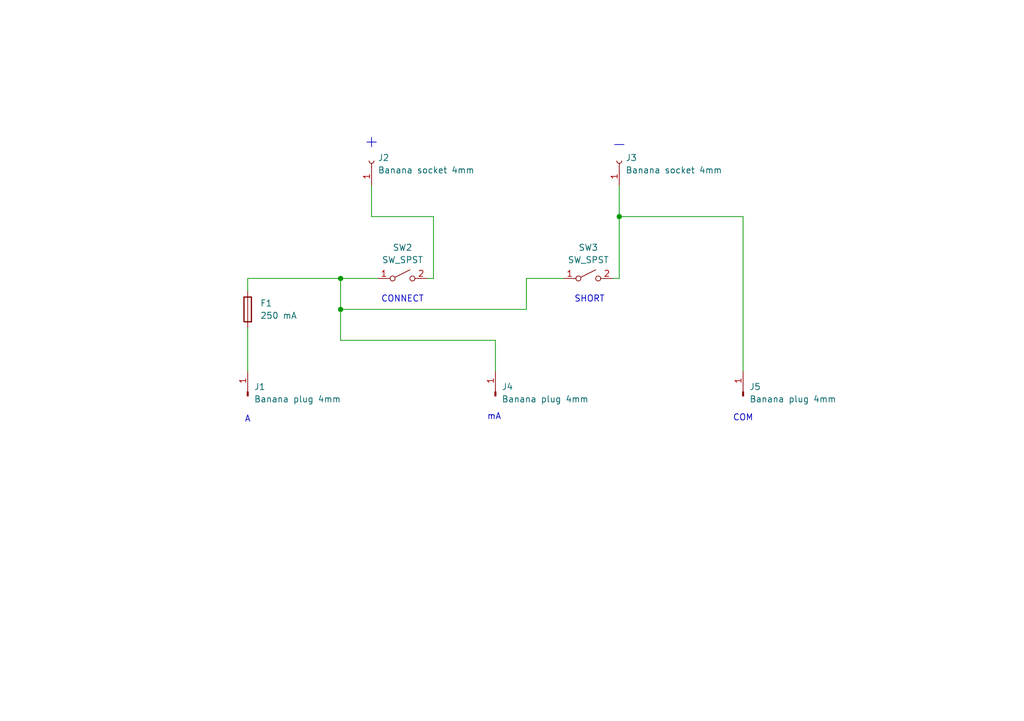
<source format=kicad_sch>
(kicad_sch (version 20231120) (generator "eeschema") (generator_version "8.0")
  (paper "A5")
  (lib_symbols
    (symbol "Connector:Conn_01x01_Pin" (pin_names (offset 1.016) hide)
      (property "Reference" "J" (at 0 2.54 0))
      (property "Value" "Conn_01x01_Pin" (at 0 -2.54 0))
      (symbol "Conn_01x01_Pin_1_1"
        (polyline (pts (xy 1.27 0) (xy 0.8636 0)) (stroke (width 0.1524)))
        (rectangle (start 0.8636 0.127) (end 0 -0.127) (stroke (width 0.1524)) (fill (type outline)))
        (pin passive line (at 5.08 0 180) (length 3.81) (name "Pin_1") (number "1"))
      )
    )
    (symbol "Connector:Conn_01x01_Socket" (pin_names (offset 1.016) hide)
      (property "Reference" "J" (at 0 2.54 0))
      (property "Value" "Conn_01x01_Socket" (at 0 -2.54 0))
      (symbol "Conn_01x01_Socket_1_1"
        (polyline (pts (xy -1.27 0) (xy -0.508 0)) (stroke (width 0.1524)))
        (arc (start 0 0.508) (mid -0.5058 0) (end 0 -0.508) (stroke (width 0.1524)))
        (pin passive line (at -5.08 0 0) (length 3.81) (name "Pin_1") (number "1"))
      )
    )
    (symbol "Device:Fuse" (pin_numbers hide) (pin_names (offset 0))
      (property "Reference" "F" (at 2.032 0 90))
      (property "Value" "Fuse" (at -1.905 0 90))
      (symbol "Fuse_0_1"
        (rectangle (start -0.762 -2.54) (end 0.762 2.54) (stroke (width 0.254)))
        (polyline (pts (xy 0 2.54) (xy 0 -2.54)))
      )
      (symbol "Fuse_1_1"
        (pin passive line (at 0 3.81 270) (length 1.27) (name "~") (number "1"))
        (pin passive line (at 0 -3.81 90) (length 1.27) (name "~") (number "2"))
      )
    )
    (symbol "Switch:SW_SPST" (pin_names (offset 0) hide)
      (property "Reference" "SW" (at 0 3.175 0))
      (property "Value" "SW_SPST" (at 0 -2.54 0))
      (symbol "SW_SPST_0_0"
        (circle (center -2.032 0) (radius 0.508))
        (polyline (pts (xy -1.524 0.254) (xy 1.524 1.778)))
        (circle (center 2.032 0) (radius 0.508))
      )
      (symbol "SW_SPST_1_1"
        (pin passive line (at -5.08 0 0) (length 2.54) (name "A") (number "1"))
        (pin passive line (at 5.08 0 180) (length 2.54) (name "B") (number "2"))
      )
    )
  )
  (junction (at 127 44.45))
  (junction (at 69.85 63.5))
  (junction (at 69.85 57.15))
  (wire (pts (xy 69.85 63.5) (xy 107.95 63.5)))
  (wire (pts (xy 88.9 44.45) (xy 88.9 57.15)))
  (wire (pts (xy 76.2 44.45) (xy 88.9 44.45)))
  (wire (pts (xy 50.8 67.31) (xy 50.8 76.2)))
  (wire (pts (xy 101.6 76.2) (xy 101.6 69.85)))
  (wire (pts (xy 127 38.1) (xy 127 44.45)))
  (wire (pts (xy 88.9 57.15) (xy 87.63 57.15)))
  (wire (pts (xy 69.85 63.5) (xy 69.85 69.85)))
  (wire (pts (xy 127 57.15) (xy 127 44.45)))
  (wire (pts (xy 76.2 38.1) (xy 76.2 44.45)))
  (wire (pts (xy 69.85 57.15) (xy 50.8 57.15)))
  (wire (pts (xy 107.95 57.15) (xy 107.95 63.5)))
  (wire (pts (xy 127 44.45) (xy 152.4 44.45)))
  (wire (pts (xy 77.47 57.15) (xy 69.85 57.15)))
  (wire (pts (xy 69.85 57.15) (xy 69.85 63.5)))
  (wire (pts (xy 50.8 57.15) (xy 50.8 59.69)))
  (wire (pts (xy 101.6 69.85) (xy 69.85 69.85)))
  (wire (pts (xy 125.73 57.15) (xy 127 57.15)))
  (wire (pts (xy 152.4 44.45) (xy 152.4 76.2)))
  (wire (pts (xy 115.57 57.15) (xy 107.95 57.15)))
  (text "+" (at 76.2 29.21 0) (effects (font (size 2.54 2.54))))
  (text "CONNECT" (at 82.55 61.468 0) (effects (font (size 1.27 1.27))))
  (text "COM" (at 152.4 85.852 0) (effects (font (size 1.27 1.27))))
  (text "A" (at 50.8 86.106 0) (effects (font (size 1.27 1.27))))
  (text "-" (at 127 29.718 0) (effects (font (size 2.54 2.54))))
  (text "mA" (at 101.346 85.598 0) (effects (font (size 1.27 1.27))))
  (text "SHORT" (at 120.904 61.468 0) (effects (font (size 1.27 1.27))))
  (symbol (lib_id "Connector:Conn_01x01_Socket") (at 127 33.02 90) (unit 1)
    (property "Reference" "J3" (at 128.27 32.3849 90) (effects (justify right)))
    (property "Value" "Banana socket 4mm" (at 128.27 34.9249 90) (effects (justify right)))
    (property "Description" "Generic connector, single row, 01x01, script generated" (effects (hide yes)))
  )
  (symbol (lib_id "Switch:SW_SPST") (at 120.65 57.15 0) (unit 1)
    (property "Reference" "SW3" (at 120.65 50.8 0))
    (property "Value" "SW_SPST" (at 120.65 53.34 0))
    (property "Description" "Single Pole Single Throw (SPST) switch" (effects (hide yes)))
  )
  (symbol (lib_id "Connector:Conn_01x01_Socket") (at 76.2 33.02 90) (unit 1)
    (property "Reference" "J2" (at 77.47 32.3849 90) (effects (justify right)))
    (property "Value" "Banana socket 4mm" (at 77.47 34.9249 90) (effects (justify right)))
    (property "Description" "Generic connector, single row, 01x01, script generated" (effects (hide yes)))
  )
  (symbol (lib_id "Connector:Conn_01x01_Pin") (at 152.4 81.28 90) (unit 1)
    (property "Reference" "J5" (at 153.67 79.3749 90) (effects (justify right)))
    (property "Value" "Banana plug 4mm" (at 153.67 81.9149 90) (effects (justify right)))
    (property "Description" "Generic connector, single row, 01x01, script generated" (effects (hide yes)))
  )
  (symbol (lib_id "Connector:Conn_01x01_Pin") (at 50.8 81.28 90) (unit 1)
    (property "Reference" "J1" (at 52.07 79.3749 90) (effects (justify right)))
    (property "Value" "Banana plug 4mm" (at 52.07 81.9149 90) (effects (justify right)))
    (property "Description" "Generic connector, single row, 01x01, script generated" (effects (hide yes)))
  )
  (symbol (lib_id "Device:Fuse") (at 50.8 63.5 0) (unit 1)
    (property "Reference" "F1" (at 53.34 62.2299 0) (effects (justify left)))
    (property "Value" "250 mA" (at 53.34 64.7699 0) (effects (justify left)))
    (property "Description" "Fuse" (effects (hide yes)))
  )
  (symbol (lib_id "Connector:Conn_01x01_Pin") (at 101.6 81.28 90) (unit 1)
    (property "Reference" "J4" (at 102.87 79.3749 90) (effects (justify right)))
    (property "Value" "Banana plug 4mm" (at 102.87 81.9149 90) (effects (justify right)))
    (property "Description" "Generic connector, single row, 01x01, script generated" (effects (hide yes)))
  )
  (symbol (lib_id "Switch:SW_SPST") (at 82.55 57.15 0) (unit 1)
    (property "Reference" "SW2" (at 82.55 50.8 0))
    (property "Value" "SW_SPST" (at 82.55 53.34 0))
    (property "Description" "Single Pole Single Throw (SPST) switch" (effects (hide yes)))
  )
)
</source>
